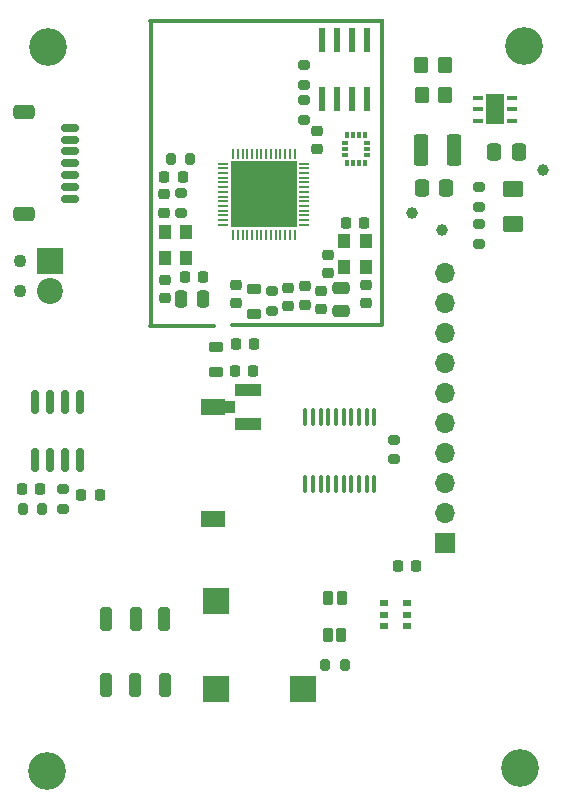
<source format=gbr>
%TF.GenerationSoftware,KiCad,Pcbnew,7.0.2*%
%TF.CreationDate,2023-05-17T08:24:27+02:00*%
%TF.ProjectId,Solar Cell offgrid Power,536f6c61-7220-4436-956c-6c206f666667,rev?*%
%TF.SameCoordinates,Original*%
%TF.FileFunction,Soldermask,Top*%
%TF.FilePolarity,Negative*%
%FSLAX46Y46*%
G04 Gerber Fmt 4.6, Leading zero omitted, Abs format (unit mm)*
G04 Created by KiCad (PCBNEW 7.0.2) date 2023-05-17 08:24:27*
%MOMM*%
%LPD*%
G01*
G04 APERTURE LIST*
G04 Aperture macros list*
%AMRoundRect*
0 Rectangle with rounded corners*
0 $1 Rounding radius*
0 $2 $3 $4 $5 $6 $7 $8 $9 X,Y pos of 4 corners*
0 Add a 4 corners polygon primitive as box body*
4,1,4,$2,$3,$4,$5,$6,$7,$8,$9,$2,$3,0*
0 Add four circle primitives for the rounded corners*
1,1,$1+$1,$2,$3*
1,1,$1+$1,$4,$5*
1,1,$1+$1,$6,$7*
1,1,$1+$1,$8,$9*
0 Add four rect primitives between the rounded corners*
20,1,$1+$1,$2,$3,$4,$5,0*
20,1,$1+$1,$4,$5,$6,$7,0*
20,1,$1+$1,$6,$7,$8,$9,0*
20,1,$1+$1,$8,$9,$2,$3,0*%
G04 Aperture macros list end*
%ADD10RoundRect,0.200000X-0.275000X0.200000X-0.275000X-0.200000X0.275000X-0.200000X0.275000X0.200000X0*%
%ADD11C,1.000000*%
%ADD12RoundRect,0.124800X0.275200X-0.475200X0.275200X0.475200X-0.275200X0.475200X-0.275200X-0.475200X0*%
%ADD13RoundRect,0.250000X0.350000X0.450000X-0.350000X0.450000X-0.350000X-0.450000X0.350000X-0.450000X0*%
%ADD14RoundRect,0.225000X0.225000X0.250000X-0.225000X0.250000X-0.225000X-0.250000X0.225000X-0.250000X0*%
%ADD15RoundRect,0.250000X-0.250000X-0.475000X0.250000X-0.475000X0.250000X0.475000X-0.250000X0.475000X0*%
%ADD16C,3.200000*%
%ADD17RoundRect,0.225000X-0.250000X0.225000X-0.250000X-0.225000X0.250000X-0.225000X0.250000X0.225000X0*%
%ADD18RoundRect,0.150000X-0.625000X0.150000X-0.625000X-0.150000X0.625000X-0.150000X0.625000X0.150000X0*%
%ADD19RoundRect,0.250000X-0.650000X0.350000X-0.650000X-0.350000X0.650000X-0.350000X0.650000X0.350000X0*%
%ADD20RoundRect,0.218750X0.381250X-0.218750X0.381250X0.218750X-0.381250X0.218750X-0.381250X-0.218750X0*%
%ADD21RoundRect,0.200000X0.275000X-0.200000X0.275000X0.200000X-0.275000X0.200000X-0.275000X-0.200000X0*%
%ADD22R,1.000000X1.300000*%
%ADD23RoundRect,0.225000X0.250000X-0.225000X0.250000X0.225000X-0.250000X0.225000X-0.250000X-0.225000X0*%
%ADD24RoundRect,0.050000X0.050000X-0.387500X0.050000X0.387500X-0.050000X0.387500X-0.050000X-0.387500X0*%
%ADD25RoundRect,0.050000X0.387500X-0.050000X0.387500X0.050000X-0.387500X0.050000X-0.387500X-0.050000X0*%
%ADD26R,5.600000X5.600000*%
%ADD27RoundRect,0.250000X0.475000X-0.250000X0.475000X0.250000X-0.475000X0.250000X-0.475000X-0.250000X0*%
%ADD28RoundRect,0.225000X-0.225000X-0.250000X0.225000X-0.250000X0.225000X0.250000X-0.225000X0.250000X0*%
%ADD29RoundRect,0.150000X-0.150000X0.825000X-0.150000X-0.825000X0.150000X-0.825000X0.150000X0.825000X0*%
%ADD30RoundRect,0.200000X0.200000X0.275000X-0.200000X0.275000X-0.200000X-0.275000X0.200000X-0.275000X0*%
%ADD31RoundRect,0.250000X-0.375000X-1.075000X0.375000X-1.075000X0.375000X1.075000X-0.375000X1.075000X0*%
%ADD32RoundRect,0.250001X0.624999X-0.462499X0.624999X0.462499X-0.624999X0.462499X-0.624999X-0.462499X0*%
%ADD33R,1.700000X1.700000*%
%ADD34O,1.700000X1.700000*%
%ADD35R,0.350000X0.580000*%
%ADD36R,0.580000X0.350000*%
%ADD37RoundRect,0.200000X-0.200000X-0.275000X0.200000X-0.275000X0.200000X0.275000X-0.200000X0.275000X0*%
%ADD38C,1.100000*%
%ADD39R,2.200000X2.200000*%
%ADD40C,2.200000*%
%ADD41R,2.100000X1.400000*%
%ADD42RoundRect,0.250000X0.337500X0.475000X-0.337500X0.475000X-0.337500X-0.475000X0.337500X-0.475000X0*%
%ADD43R,2.195000X2.195000*%
%ADD44RoundRect,0.100000X2.750000X0.100000X-2.750000X0.100000X-2.750000X-0.100000X2.750000X-0.100000X0*%
%ADD45RoundRect,0.100000X6.400000X0.100000X-6.400000X0.100000X-6.400000X-0.100000X6.400000X-0.100000X0*%
%ADD46RoundRect,0.102500X0.102500X-12.887500X0.102500X12.887500X-0.102500X12.887500X-0.102500X-12.887500X0*%
%ADD47RoundRect,0.097500X0.097500X-12.887500X0.097500X12.887500X-0.097500X12.887500X-0.097500X-12.887500X0*%
%ADD48RoundRect,0.102500X9.867500X0.102500X-9.867500X0.102500X-9.867500X-0.102500X9.867500X-0.102500X0*%
%ADD49R,2.250000X1.100000*%
%ADD50R,1.100000X1.050000*%
%ADD51RoundRect,0.041300X-0.253700X0.948700X-0.253700X-0.948700X0.253700X-0.948700X0.253700X0.948700X0*%
%ADD52R,0.840000X0.420000*%
%ADD53R,1.600000X2.500000*%
%ADD54RoundRect,0.250000X-0.250000X-0.750000X0.250000X-0.750000X0.250000X0.750000X-0.250000X0.750000X0*%
%ADD55RoundRect,0.250000X-0.350000X-0.450000X0.350000X-0.450000X0.350000X0.450000X-0.350000X0.450000X0*%
%ADD56RoundRect,0.250000X-0.337500X-0.475000X0.337500X-0.475000X0.337500X0.475000X-0.337500X0.475000X0*%
%ADD57RoundRect,0.100000X0.100000X-0.637500X0.100000X0.637500X-0.100000X0.637500X-0.100000X-0.637500X0*%
%ADD58RoundRect,0.037100X-0.317900X-0.227900X0.317900X-0.227900X0.317900X0.227900X-0.317900X0.227900X0*%
G04 APERTURE END LIST*
D10*
%TO.C,ER3*%
X124050000Y-81495000D03*
X124050000Y-83145000D03*
%TD*%
%TO.C,TXR1*%
X142070000Y-102395000D03*
X142070000Y-104045000D03*
%TD*%
D11*
%TO.C,TP1*%
X143610000Y-83210000D03*
%TD*%
D12*
%TO.C,LED1*%
X137610000Y-118940000D03*
X137620000Y-115760000D03*
X136470000Y-118940000D03*
X136500000Y-115750000D03*
%TD*%
D13*
%TO.C,AR1*%
X146340000Y-70680000D03*
X144340000Y-70680000D03*
%TD*%
D14*
%TO.C,EC12*%
X139555000Y-83990000D03*
X138005000Y-83990000D03*
%TD*%
D15*
%TO.C,EC2*%
X124000000Y-90430000D03*
X125900000Y-90430000D03*
%TD*%
D16*
%TO.C,REF\u002A\u002A*%
X112760000Y-69100000D03*
%TD*%
D17*
%TO.C,EC10*%
X128700000Y-89285000D03*
X128700000Y-90835000D03*
%TD*%
%TO.C,EC14*%
X122650000Y-88855000D03*
X122650000Y-90405000D03*
%TD*%
D18*
%TO.C,J2*%
X114610000Y-75960000D03*
X114610000Y-76960000D03*
X114610000Y-77960000D03*
X114610000Y-78960000D03*
X114610000Y-79960000D03*
X114610000Y-80960000D03*
X114610000Y-81960000D03*
D19*
X110735000Y-74660000D03*
X110735000Y-83260000D03*
%TD*%
D20*
%TO.C,L1*%
X130190000Y-91752500D03*
X130190000Y-89627500D03*
%TD*%
D11*
%TO.C,TP3*%
X154680000Y-79510000D03*
%TD*%
D16*
%TO.C,REF\u002A\u002A*%
X112710000Y-130410000D03*
%TD*%
D21*
%TO.C,ER5*%
X134400000Y-75275000D03*
X134400000Y-73625000D03*
%TD*%
D22*
%TO.C,ECY1*%
X137860000Y-85580000D03*
X137860000Y-87780000D03*
X139660000Y-87780000D03*
X139660000Y-85580000D03*
%TD*%
D17*
%TO.C,EC8*%
X136460000Y-86725000D03*
X136460000Y-88275000D03*
%TD*%
D23*
%TO.C,EC17*%
X122600000Y-83150000D03*
X122600000Y-81600000D03*
%TD*%
D24*
%TO.C,ESP32S1*%
X128440000Y-85027500D03*
X128840000Y-85027500D03*
X129240000Y-85027500D03*
X129640000Y-85027500D03*
X130040000Y-85027500D03*
X130440000Y-85027500D03*
X130840000Y-85027500D03*
X131240000Y-85027500D03*
X131640000Y-85027500D03*
X132040000Y-85027500D03*
X132440000Y-85027500D03*
X132840000Y-85027500D03*
X133240000Y-85027500D03*
X133640000Y-85027500D03*
D25*
X134477500Y-84190000D03*
X134477500Y-83790000D03*
X134477500Y-83390000D03*
X134477500Y-82990000D03*
X134477500Y-82590000D03*
X134477500Y-82190000D03*
X134477500Y-81790000D03*
X134477500Y-81390000D03*
X134477500Y-80990000D03*
X134477500Y-80590000D03*
X134477500Y-80190000D03*
X134477500Y-79790000D03*
X134477500Y-79390000D03*
X134477500Y-78990000D03*
D24*
X133640000Y-78152500D03*
X133240000Y-78152500D03*
X132840000Y-78152500D03*
X132440000Y-78152500D03*
X132040000Y-78152500D03*
X131640000Y-78152500D03*
X131240000Y-78152500D03*
X130840000Y-78152500D03*
X130440000Y-78152500D03*
X130040000Y-78152500D03*
X129640000Y-78152500D03*
X129240000Y-78152500D03*
X128840000Y-78152500D03*
X128440000Y-78152500D03*
D25*
X127602500Y-78990000D03*
X127602500Y-79390000D03*
X127602500Y-79790000D03*
X127602500Y-80190000D03*
X127602500Y-80590000D03*
X127602500Y-80990000D03*
X127602500Y-81390000D03*
X127602500Y-81790000D03*
X127602500Y-82190000D03*
X127602500Y-82590000D03*
X127602500Y-82990000D03*
X127602500Y-83390000D03*
X127602500Y-83790000D03*
X127602500Y-84190000D03*
D26*
X131040000Y-81590000D03*
%TD*%
D23*
%TO.C,EC7*%
X134530000Y-90945000D03*
X134530000Y-89395000D03*
%TD*%
D27*
%TO.C,EC3*%
X137600000Y-91470000D03*
X137600000Y-89570000D03*
%TD*%
D28*
%TO.C,EC19*%
X110565000Y-106550000D03*
X112115000Y-106550000D03*
%TD*%
D29*
%TO.C,ACS1*%
X115445000Y-99145000D03*
X114175000Y-99145000D03*
X112905000Y-99145000D03*
X111635000Y-99145000D03*
X111635000Y-104095000D03*
X112905000Y-104095000D03*
X114175000Y-104095000D03*
X115445000Y-104095000D03*
%TD*%
D21*
%TO.C,ER1*%
X131690000Y-91475000D03*
X131690000Y-89825000D03*
%TD*%
D16*
%TO.C,REF\u002A\u002A*%
X152760000Y-130210000D03*
%TD*%
D28*
%TO.C,EC6*%
X128595000Y-96570000D03*
X130145000Y-96570000D03*
%TD*%
%TO.C,EC9*%
X128685000Y-94280000D03*
X130235000Y-94280000D03*
%TD*%
D11*
%TO.C,TP2*%
X146120000Y-84620000D03*
%TD*%
D22*
%TO.C,ECY2*%
X124450000Y-87020000D03*
X124450000Y-84820000D03*
X122650000Y-84820000D03*
X122650000Y-87020000D03*
%TD*%
D30*
%TO.C,LR1*%
X137905000Y-121480000D03*
X136255000Y-121480000D03*
%TD*%
D31*
%TO.C,AL1*%
X144350000Y-77880000D03*
X147150000Y-77880000D03*
%TD*%
D32*
%TO.C,F1*%
X152120000Y-84105000D03*
X152120000Y-81130000D03*
%TD*%
D17*
%TO.C,EC13*%
X139710000Y-89275000D03*
X139710000Y-90825000D03*
%TD*%
D33*
%TO.C,J1*%
X146400000Y-111150000D03*
D34*
X146400000Y-108610000D03*
X146400000Y-106070000D03*
X146400000Y-103530000D03*
X146400000Y-100990000D03*
X146400000Y-98450000D03*
X146400000Y-95910000D03*
X146400000Y-93370000D03*
X146400000Y-90830000D03*
X146400000Y-88290000D03*
%TD*%
D35*
%TO.C,IMU1*%
X138105000Y-78940000D03*
X138605000Y-78940000D03*
X139105000Y-78940000D03*
X139605000Y-78940000D03*
D36*
X139780000Y-78265000D03*
X139780000Y-77765000D03*
X139780000Y-77265000D03*
D35*
X139605000Y-76590000D03*
X139105000Y-76590000D03*
X138605000Y-76590000D03*
X138105000Y-76590000D03*
D36*
X137930000Y-77265000D03*
X137930000Y-77765000D03*
X137930000Y-78265000D03*
%TD*%
D14*
%TO.C,SHC1*%
X143925000Y-113080000D03*
X142375000Y-113080000D03*
%TD*%
D37*
%TO.C,ER7*%
X110625000Y-108220000D03*
X112275000Y-108220000D03*
%TD*%
D14*
%TO.C,EC18*%
X117145000Y-107090000D03*
X115595000Y-107090000D03*
%TD*%
%TO.C,EC11*%
X124170000Y-80140000D03*
X122620000Y-80140000D03*
%TD*%
D21*
%TO.C,MR1*%
X149230000Y-85785000D03*
X149230000Y-84135000D03*
%TD*%
D38*
%TO.C,J3*%
X110390000Y-87230000D03*
X110390000Y-89770000D03*
D39*
X112930000Y-87230000D03*
D40*
X112930000Y-89770000D03*
%TD*%
D41*
%TO.C,ANT1*%
X126710000Y-99610000D03*
X126710000Y-109110000D03*
%TD*%
D10*
%TO.C,ER6*%
X114000000Y-106585000D03*
X114000000Y-108235000D03*
%TD*%
D23*
%TO.C,IMUC1*%
X135500000Y-77795000D03*
X135500000Y-76245000D03*
%TD*%
D21*
%TO.C,MR2*%
X149240000Y-82645000D03*
X149240000Y-80995000D03*
%TD*%
D42*
%TO.C,AC2*%
X152637500Y-78000000D03*
X150562500Y-78000000D03*
%TD*%
D43*
%TO.C,BZ1*%
X126980000Y-116050000D03*
X126980000Y-123450000D03*
X134380000Y-123450000D03*
%TD*%
D16*
%TO.C,REF\u002A\u002A*%
X153040000Y-69080000D03*
%TD*%
D21*
%TO.C,ER4*%
X134400000Y-72325000D03*
X134400000Y-70675000D03*
%TD*%
D37*
%TO.C,ER2*%
X123155000Y-78600000D03*
X124805000Y-78600000D03*
%TD*%
D44*
%TO.C,J6*%
X124140000Y-92725000D03*
D45*
X134730000Y-92705000D03*
D46*
X121495000Y-79755000D03*
D47*
X141025000Y-79750000D03*
D48*
X131250000Y-66950000D03*
%TD*%
D49*
%TO.C,J5*%
X129680000Y-98125000D03*
X129680000Y-101075000D03*
D50*
X128130000Y-99600000D03*
%TD*%
D51*
%TO.C,U1*%
X139790000Y-68550000D03*
X138520000Y-68550000D03*
X137250000Y-68550000D03*
X135980000Y-68550000D03*
X135980000Y-73490000D03*
X137250000Y-73490000D03*
X138520000Y-73490000D03*
X139790000Y-73490000D03*
%TD*%
D23*
%TO.C,EC5*%
X135890000Y-91305000D03*
X135890000Y-89755000D03*
%TD*%
D52*
%TO.C,AU1*%
X149212500Y-73460000D03*
X149212500Y-74410000D03*
X149212500Y-75360000D03*
X152082500Y-75360000D03*
X152082500Y-74410000D03*
X152082500Y-73460000D03*
D53*
X150647500Y-74410000D03*
%TD*%
D54*
%TO.C,J4*%
X117670000Y-123180000D03*
X120160000Y-123170000D03*
X122680000Y-123180000D03*
X122600000Y-117550000D03*
X120180000Y-117530000D03*
X117670000Y-117540000D03*
%TD*%
D17*
%TO.C,EC1*%
X133100000Y-89515000D03*
X133100000Y-91065000D03*
%TD*%
D55*
%TO.C,AR2*%
X144400000Y-73170000D03*
X146400000Y-73170000D03*
%TD*%
D56*
%TO.C,AC1*%
X144392500Y-81030000D03*
X146467500Y-81030000D03*
%TD*%
D57*
%TO.C,U3*%
X134540000Y-106140000D03*
X135190000Y-106140000D03*
X135840000Y-106140000D03*
X136490000Y-106140000D03*
X137140000Y-106140000D03*
X137790000Y-106140000D03*
X138440000Y-106140000D03*
X139090000Y-106140000D03*
X139740000Y-106140000D03*
X140390000Y-106140000D03*
X140390000Y-100415000D03*
X139740000Y-100415000D03*
X139090000Y-100415000D03*
X138440000Y-100415000D03*
X137790000Y-100415000D03*
X137140000Y-100415000D03*
X136490000Y-100415000D03*
X135840000Y-100415000D03*
X135190000Y-100415000D03*
X134540000Y-100415000D03*
%TD*%
D28*
%TO.C,EC4*%
X124325000Y-88630000D03*
X125875000Y-88630000D03*
%TD*%
D58*
%TO.C,U2*%
X141190000Y-116180000D03*
X141190000Y-117180000D03*
X141190000Y-118180000D03*
X143160000Y-118180000D03*
X143160000Y-117180000D03*
X143160000Y-116180000D03*
%TD*%
D20*
%TO.C,EL1*%
X127020000Y-96622500D03*
X127020000Y-94497500D03*
%TD*%
M02*

</source>
